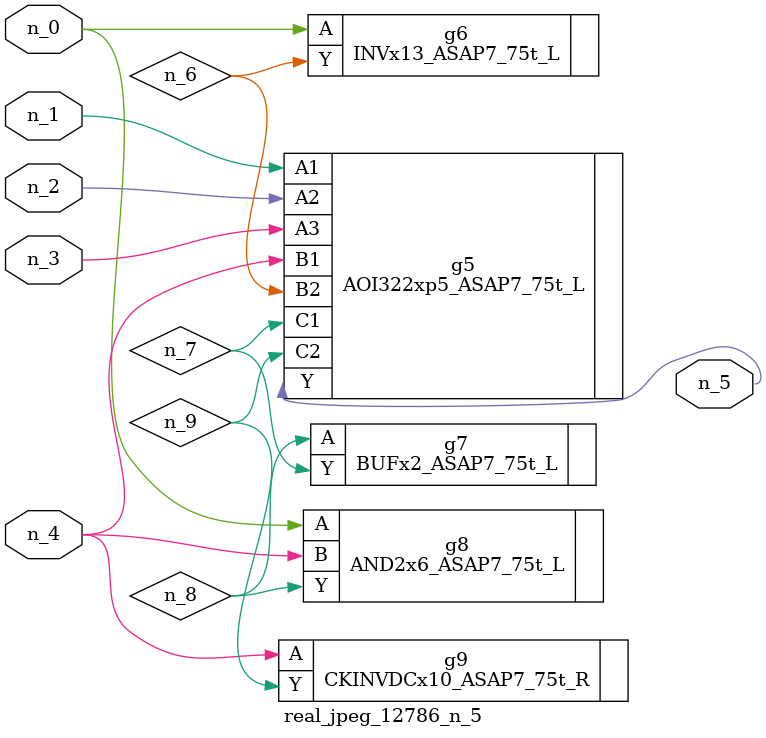
<source format=v>
module real_jpeg_12786_n_5 (n_4, n_0, n_1, n_2, n_3, n_5);

input n_4;
input n_0;
input n_1;
input n_2;
input n_3;

output n_5;

wire n_8;
wire n_6;
wire n_7;
wire n_9;

INVx13_ASAP7_75t_L g6 ( 
.A(n_0),
.Y(n_6)
);

AND2x6_ASAP7_75t_L g8 ( 
.A(n_0),
.B(n_4),
.Y(n_8)
);

AOI322xp5_ASAP7_75t_L g5 ( 
.A1(n_1),
.A2(n_2),
.A3(n_3),
.B1(n_4),
.B2(n_6),
.C1(n_7),
.C2(n_9),
.Y(n_5)
);

CKINVDCx10_ASAP7_75t_R g9 ( 
.A(n_4),
.Y(n_9)
);

BUFx2_ASAP7_75t_L g7 ( 
.A(n_8),
.Y(n_7)
);


endmodule
</source>
